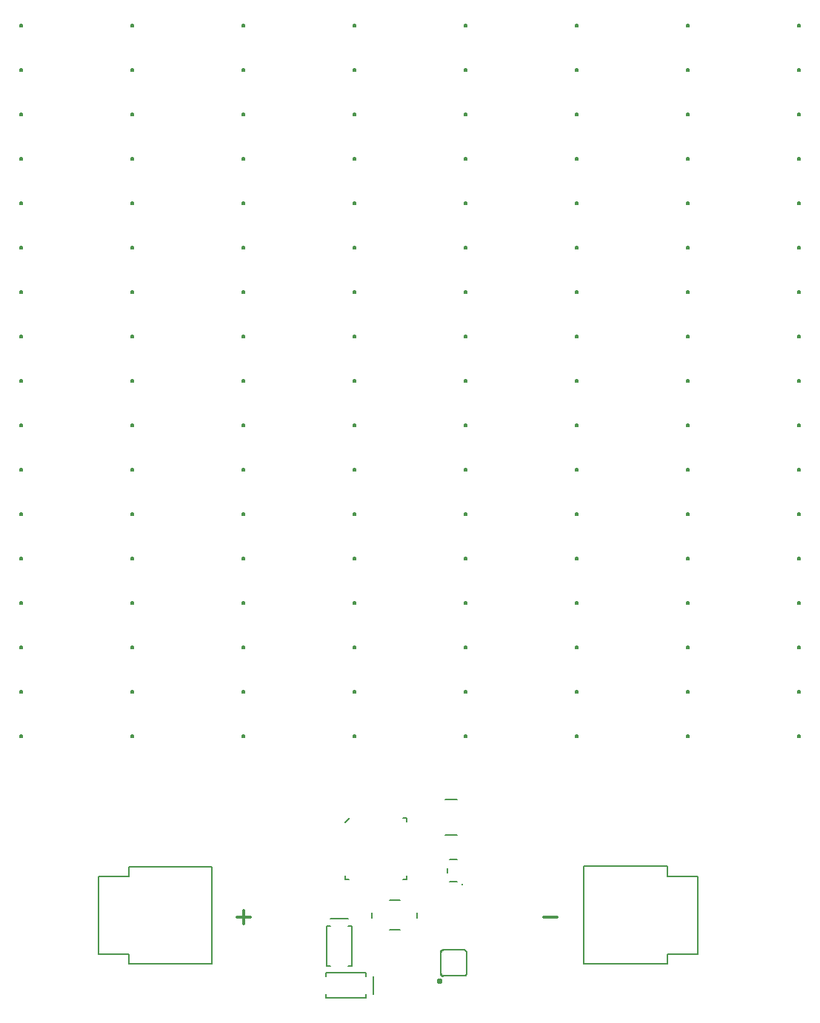
<source format=gto>
G75*
%MOIN*%
%OFA0B0*%
%FSLAX25Y25*%
%IPPOS*%
%LPD*%
%AMOC8*
5,1,8,0,0,1.08239X$1,22.5*
%
%ADD10C,0.00500*%
%ADD11C,0.00800*%
%ADD12C,0.01000*%
%ADD13C,0.00060*%
%ADD14C,0.00600*%
%ADD15C,0.01600*%
%ADD16C,0.01200*%
D10*
X0031269Y0158749D02*
X0031269Y0159143D01*
X0031269Y0159536D01*
X0032206Y0159536D01*
X0032206Y0158749D01*
X0031269Y0158749D01*
X0031269Y0159143D02*
X0031812Y0159143D01*
X0032206Y0178749D02*
X0031269Y0178749D01*
X0031269Y0179143D01*
X0031269Y0179536D01*
X0032206Y0179536D01*
X0032206Y0178749D01*
X0031812Y0179143D02*
X0031269Y0179143D01*
X0031269Y0198749D02*
X0031269Y0199143D01*
X0031269Y0199536D01*
X0032206Y0199536D01*
X0032206Y0198749D01*
X0031269Y0198749D01*
X0031269Y0199143D02*
X0031812Y0199143D01*
X0032206Y0218749D02*
X0031269Y0218749D01*
X0031269Y0219143D01*
X0031269Y0219536D01*
X0032206Y0219536D01*
X0032206Y0218749D01*
X0031812Y0219143D02*
X0031269Y0219143D01*
X0031269Y0238749D02*
X0031269Y0239143D01*
X0031269Y0239536D01*
X0032206Y0239536D01*
X0032206Y0238749D01*
X0031269Y0238749D01*
X0031269Y0239143D02*
X0031812Y0239143D01*
X0032206Y0258749D02*
X0031269Y0258749D01*
X0031269Y0259143D01*
X0031269Y0259536D01*
X0032206Y0259536D01*
X0032206Y0258749D01*
X0031812Y0259143D02*
X0031269Y0259143D01*
X0031269Y0278749D02*
X0031269Y0279143D01*
X0031269Y0279536D01*
X0032206Y0279536D01*
X0032206Y0278749D01*
X0031269Y0278749D01*
X0031269Y0279143D02*
X0031812Y0279143D01*
X0032206Y0298749D02*
X0031269Y0298749D01*
X0031269Y0299143D01*
X0031269Y0299536D01*
X0032206Y0299536D01*
X0032206Y0298749D01*
X0031812Y0299143D02*
X0031269Y0299143D01*
X0031269Y0318749D02*
X0031269Y0319143D01*
X0031269Y0319536D01*
X0032206Y0319536D01*
X0032206Y0318749D01*
X0031269Y0318749D01*
X0031269Y0319143D02*
X0031812Y0319143D01*
X0032206Y0338749D02*
X0031269Y0338749D01*
X0031269Y0339143D01*
X0031269Y0339536D01*
X0032206Y0339536D01*
X0032206Y0338749D01*
X0031812Y0339143D02*
X0031269Y0339143D01*
X0031269Y0358749D02*
X0031269Y0359143D01*
X0031269Y0359536D01*
X0032206Y0359536D01*
X0032206Y0358749D01*
X0031269Y0358749D01*
X0031269Y0359143D02*
X0031812Y0359143D01*
X0032206Y0378749D02*
X0031269Y0378749D01*
X0031269Y0379143D01*
X0031269Y0379536D01*
X0032206Y0379536D01*
X0032206Y0378749D01*
X0031812Y0379143D02*
X0031269Y0379143D01*
X0031269Y0398749D02*
X0031269Y0399143D01*
X0031269Y0399536D01*
X0032206Y0399536D01*
X0032206Y0398749D01*
X0031269Y0398749D01*
X0031269Y0399143D02*
X0031812Y0399143D01*
X0032206Y0418749D02*
X0031269Y0418749D01*
X0031269Y0419143D01*
X0031269Y0419536D01*
X0032206Y0419536D01*
X0032206Y0418749D01*
X0031812Y0419143D02*
X0031269Y0419143D01*
X0031269Y0438749D02*
X0031269Y0439143D01*
X0031269Y0439536D01*
X0032206Y0439536D01*
X0032206Y0438749D01*
X0031269Y0438749D01*
X0031269Y0439143D02*
X0031812Y0439143D01*
X0032206Y0458749D02*
X0031269Y0458749D01*
X0031269Y0459143D01*
X0031269Y0459536D01*
X0032206Y0459536D01*
X0032206Y0458749D01*
X0031812Y0459143D02*
X0031269Y0459143D01*
X0031269Y0478749D02*
X0031269Y0479143D01*
X0031269Y0479536D01*
X0032206Y0479536D01*
X0032206Y0478749D01*
X0031269Y0478749D01*
X0031269Y0479143D02*
X0031812Y0479143D01*
X0081269Y0479143D02*
X0081269Y0478749D01*
X0082206Y0478749D01*
X0082206Y0479536D01*
X0081269Y0479536D01*
X0081269Y0479143D01*
X0081812Y0479143D01*
X0082206Y0459536D02*
X0082206Y0458749D01*
X0081269Y0458749D01*
X0081269Y0459143D01*
X0081269Y0459536D01*
X0082206Y0459536D01*
X0081812Y0459143D02*
X0081269Y0459143D01*
X0081269Y0439536D02*
X0082206Y0439536D01*
X0082206Y0438749D01*
X0081269Y0438749D01*
X0081269Y0439143D01*
X0081269Y0439536D01*
X0081269Y0439143D02*
X0081812Y0439143D01*
X0082206Y0419536D02*
X0082206Y0418749D01*
X0081269Y0418749D01*
X0081269Y0419143D01*
X0081269Y0419536D01*
X0082206Y0419536D01*
X0081812Y0419143D02*
X0081269Y0419143D01*
X0081269Y0399536D02*
X0082206Y0399536D01*
X0082206Y0398749D01*
X0081269Y0398749D01*
X0081269Y0399143D01*
X0081269Y0399536D01*
X0081269Y0399143D02*
X0081812Y0399143D01*
X0082206Y0379536D02*
X0082206Y0378749D01*
X0081269Y0378749D01*
X0081269Y0379143D01*
X0081269Y0379536D01*
X0082206Y0379536D01*
X0081812Y0379143D02*
X0081269Y0379143D01*
X0081269Y0359536D02*
X0082206Y0359536D01*
X0082206Y0358749D01*
X0081269Y0358749D01*
X0081269Y0359143D01*
X0081269Y0359536D01*
X0081269Y0359143D02*
X0081812Y0359143D01*
X0082206Y0339536D02*
X0082206Y0338749D01*
X0081269Y0338749D01*
X0081269Y0339143D01*
X0081269Y0339536D01*
X0082206Y0339536D01*
X0081812Y0339143D02*
X0081269Y0339143D01*
X0081269Y0319536D02*
X0082206Y0319536D01*
X0082206Y0318749D01*
X0081269Y0318749D01*
X0081269Y0319143D01*
X0081269Y0319536D01*
X0081269Y0319143D02*
X0081812Y0319143D01*
X0082206Y0299536D02*
X0082206Y0298749D01*
X0081269Y0298749D01*
X0081269Y0299143D01*
X0081269Y0299536D01*
X0082206Y0299536D01*
X0081812Y0299143D02*
X0081269Y0299143D01*
X0081269Y0279536D02*
X0082206Y0279536D01*
X0082206Y0278749D01*
X0081269Y0278749D01*
X0081269Y0279143D01*
X0081269Y0279536D01*
X0081269Y0279143D02*
X0081812Y0279143D01*
X0082206Y0259536D02*
X0082206Y0258749D01*
X0081269Y0258749D01*
X0081269Y0259143D01*
X0081269Y0259536D01*
X0082206Y0259536D01*
X0081812Y0259143D02*
X0081269Y0259143D01*
X0081269Y0239536D02*
X0082206Y0239536D01*
X0082206Y0238749D01*
X0081269Y0238749D01*
X0081269Y0239143D01*
X0081269Y0239536D01*
X0081269Y0239143D02*
X0081812Y0239143D01*
X0082206Y0219536D02*
X0082206Y0218749D01*
X0081269Y0218749D01*
X0081269Y0219143D01*
X0081269Y0219536D01*
X0082206Y0219536D01*
X0081812Y0219143D02*
X0081269Y0219143D01*
X0081269Y0199536D02*
X0082206Y0199536D01*
X0082206Y0198749D01*
X0081269Y0198749D01*
X0081269Y0199143D01*
X0081269Y0199536D01*
X0081269Y0199143D02*
X0081812Y0199143D01*
X0082206Y0179536D02*
X0082206Y0178749D01*
X0081269Y0178749D01*
X0081269Y0179143D01*
X0081269Y0179536D01*
X0082206Y0179536D01*
X0081812Y0179143D02*
X0081269Y0179143D01*
X0081269Y0159536D02*
X0082206Y0159536D01*
X0082206Y0158749D01*
X0081269Y0158749D01*
X0081269Y0159143D01*
X0081269Y0159536D01*
X0081269Y0159143D02*
X0081812Y0159143D01*
X0131269Y0159143D02*
X0131269Y0158749D01*
X0132206Y0158749D01*
X0132206Y0159536D01*
X0131269Y0159536D01*
X0131269Y0159143D01*
X0131812Y0159143D01*
X0132206Y0178749D02*
X0131269Y0178749D01*
X0131269Y0179143D01*
X0131269Y0179536D01*
X0132206Y0179536D01*
X0132206Y0178749D01*
X0131812Y0179143D02*
X0131269Y0179143D01*
X0131269Y0198749D02*
X0131269Y0199143D01*
X0131269Y0199536D01*
X0132206Y0199536D01*
X0132206Y0198749D01*
X0131269Y0198749D01*
X0131269Y0199143D02*
X0131812Y0199143D01*
X0132206Y0218749D02*
X0131269Y0218749D01*
X0131269Y0219143D01*
X0131269Y0219536D01*
X0132206Y0219536D01*
X0132206Y0218749D01*
X0131812Y0219143D02*
X0131269Y0219143D01*
X0131269Y0238749D02*
X0131269Y0239143D01*
X0131269Y0239536D01*
X0132206Y0239536D01*
X0132206Y0238749D01*
X0131269Y0238749D01*
X0131269Y0239143D02*
X0131812Y0239143D01*
X0132206Y0258749D02*
X0131269Y0258749D01*
X0131269Y0259143D01*
X0131269Y0259536D01*
X0132206Y0259536D01*
X0132206Y0258749D01*
X0131812Y0259143D02*
X0131269Y0259143D01*
X0131269Y0278749D02*
X0131269Y0279143D01*
X0131269Y0279536D01*
X0132206Y0279536D01*
X0132206Y0278749D01*
X0131269Y0278749D01*
X0131269Y0279143D02*
X0131812Y0279143D01*
X0132206Y0298749D02*
X0131269Y0298749D01*
X0131269Y0299143D01*
X0131269Y0299536D01*
X0132206Y0299536D01*
X0132206Y0298749D01*
X0131812Y0299143D02*
X0131269Y0299143D01*
X0131269Y0318749D02*
X0131269Y0319143D01*
X0131269Y0319536D01*
X0132206Y0319536D01*
X0132206Y0318749D01*
X0131269Y0318749D01*
X0131269Y0319143D02*
X0131812Y0319143D01*
X0132206Y0338749D02*
X0131269Y0338749D01*
X0131269Y0339143D01*
X0131269Y0339536D01*
X0132206Y0339536D01*
X0132206Y0338749D01*
X0131812Y0339143D02*
X0131269Y0339143D01*
X0131269Y0358749D02*
X0131269Y0359143D01*
X0131269Y0359536D01*
X0132206Y0359536D01*
X0132206Y0358749D01*
X0131269Y0358749D01*
X0131269Y0359143D02*
X0131812Y0359143D01*
X0132206Y0378749D02*
X0131269Y0378749D01*
X0131269Y0379143D01*
X0131269Y0379536D01*
X0132206Y0379536D01*
X0132206Y0378749D01*
X0131812Y0379143D02*
X0131269Y0379143D01*
X0131269Y0398749D02*
X0131269Y0399143D01*
X0131269Y0399536D01*
X0132206Y0399536D01*
X0132206Y0398749D01*
X0131269Y0398749D01*
X0131269Y0399143D02*
X0131812Y0399143D01*
X0132206Y0418749D02*
X0131269Y0418749D01*
X0131269Y0419143D01*
X0131269Y0419536D01*
X0132206Y0419536D01*
X0132206Y0418749D01*
X0131812Y0419143D02*
X0131269Y0419143D01*
X0131269Y0438749D02*
X0131269Y0439143D01*
X0131269Y0439536D01*
X0132206Y0439536D01*
X0132206Y0438749D01*
X0131269Y0438749D01*
X0131269Y0439143D02*
X0131812Y0439143D01*
X0132206Y0458749D02*
X0131269Y0458749D01*
X0131269Y0459143D01*
X0131269Y0459536D01*
X0132206Y0459536D01*
X0132206Y0458749D01*
X0131812Y0459143D02*
X0131269Y0459143D01*
X0131269Y0478749D02*
X0131269Y0479143D01*
X0131269Y0479536D01*
X0132206Y0479536D01*
X0132206Y0478749D01*
X0131269Y0478749D01*
X0131269Y0479143D02*
X0131812Y0479143D01*
X0181269Y0479143D02*
X0181269Y0478749D01*
X0182206Y0478749D01*
X0182206Y0479536D01*
X0181269Y0479536D01*
X0181269Y0479143D01*
X0181812Y0479143D01*
X0182206Y0459536D02*
X0182206Y0458749D01*
X0181269Y0458749D01*
X0181269Y0459143D01*
X0181269Y0459536D01*
X0182206Y0459536D01*
X0181812Y0459143D02*
X0181269Y0459143D01*
X0181269Y0439536D02*
X0182206Y0439536D01*
X0182206Y0438749D01*
X0181269Y0438749D01*
X0181269Y0439143D01*
X0181269Y0439536D01*
X0181269Y0439143D02*
X0181812Y0439143D01*
X0182206Y0419536D02*
X0182206Y0418749D01*
X0181269Y0418749D01*
X0181269Y0419143D01*
X0181269Y0419536D01*
X0182206Y0419536D01*
X0181812Y0419143D02*
X0181269Y0419143D01*
X0181269Y0399536D02*
X0182206Y0399536D01*
X0182206Y0398749D01*
X0181269Y0398749D01*
X0181269Y0399143D01*
X0181269Y0399536D01*
X0181269Y0399143D02*
X0181812Y0399143D01*
X0182206Y0379536D02*
X0182206Y0378749D01*
X0181269Y0378749D01*
X0181269Y0379143D01*
X0181269Y0379536D01*
X0182206Y0379536D01*
X0181812Y0379143D02*
X0181269Y0379143D01*
X0181269Y0359536D02*
X0182206Y0359536D01*
X0182206Y0358749D01*
X0181269Y0358749D01*
X0181269Y0359143D01*
X0181269Y0359536D01*
X0181269Y0359143D02*
X0181812Y0359143D01*
X0182206Y0339536D02*
X0182206Y0338749D01*
X0181269Y0338749D01*
X0181269Y0339143D01*
X0181269Y0339536D01*
X0182206Y0339536D01*
X0181812Y0339143D02*
X0181269Y0339143D01*
X0181269Y0319536D02*
X0182206Y0319536D01*
X0182206Y0318749D01*
X0181269Y0318749D01*
X0181269Y0319143D01*
X0181269Y0319536D01*
X0181269Y0319143D02*
X0181812Y0319143D01*
X0182206Y0299536D02*
X0182206Y0298749D01*
X0181269Y0298749D01*
X0181269Y0299143D01*
X0181269Y0299536D01*
X0182206Y0299536D01*
X0181812Y0299143D02*
X0181269Y0299143D01*
X0181269Y0279536D02*
X0182206Y0279536D01*
X0182206Y0278749D01*
X0181269Y0278749D01*
X0181269Y0279143D01*
X0181269Y0279536D01*
X0181269Y0279143D02*
X0181812Y0279143D01*
X0182206Y0259536D02*
X0182206Y0258749D01*
X0181269Y0258749D01*
X0181269Y0259143D01*
X0181269Y0259536D01*
X0182206Y0259536D01*
X0181812Y0259143D02*
X0181269Y0259143D01*
X0181269Y0239536D02*
X0182206Y0239536D01*
X0182206Y0238749D01*
X0181269Y0238749D01*
X0181269Y0239143D01*
X0181269Y0239536D01*
X0181269Y0239143D02*
X0181812Y0239143D01*
X0182206Y0219536D02*
X0182206Y0218749D01*
X0181269Y0218749D01*
X0181269Y0219143D01*
X0181269Y0219536D01*
X0182206Y0219536D01*
X0181812Y0219143D02*
X0181269Y0219143D01*
X0181269Y0199536D02*
X0182206Y0199536D01*
X0182206Y0198749D01*
X0181269Y0198749D01*
X0181269Y0199143D01*
X0181269Y0199536D01*
X0181269Y0199143D02*
X0181812Y0199143D01*
X0182206Y0179536D02*
X0182206Y0178749D01*
X0181269Y0178749D01*
X0181269Y0179143D01*
X0181269Y0179536D01*
X0182206Y0179536D01*
X0181812Y0179143D02*
X0181269Y0179143D01*
X0181269Y0159536D02*
X0182206Y0159536D01*
X0182206Y0158749D01*
X0181269Y0158749D01*
X0181269Y0159143D01*
X0181269Y0159536D01*
X0181269Y0159143D02*
X0181812Y0159143D01*
X0231269Y0159143D02*
X0231269Y0158749D01*
X0232206Y0158749D01*
X0232206Y0159536D01*
X0231269Y0159536D01*
X0231269Y0159143D01*
X0231812Y0159143D01*
X0232206Y0178749D02*
X0231269Y0178749D01*
X0231269Y0179143D01*
X0231269Y0179536D01*
X0232206Y0179536D01*
X0232206Y0178749D01*
X0231812Y0179143D02*
X0231269Y0179143D01*
X0231269Y0198749D02*
X0231269Y0199143D01*
X0231269Y0199536D01*
X0232206Y0199536D01*
X0232206Y0198749D01*
X0231269Y0198749D01*
X0231269Y0199143D02*
X0231812Y0199143D01*
X0232206Y0218749D02*
X0231269Y0218749D01*
X0231269Y0219143D01*
X0231269Y0219536D01*
X0232206Y0219536D01*
X0232206Y0218749D01*
X0231812Y0219143D02*
X0231269Y0219143D01*
X0231269Y0238749D02*
X0231269Y0239143D01*
X0231269Y0239536D01*
X0232206Y0239536D01*
X0232206Y0238749D01*
X0231269Y0238749D01*
X0231269Y0239143D02*
X0231812Y0239143D01*
X0232206Y0258749D02*
X0231269Y0258749D01*
X0231269Y0259143D01*
X0231269Y0259536D01*
X0232206Y0259536D01*
X0232206Y0258749D01*
X0231812Y0259143D02*
X0231269Y0259143D01*
X0231269Y0278749D02*
X0231269Y0279143D01*
X0231269Y0279536D01*
X0232206Y0279536D01*
X0232206Y0278749D01*
X0231269Y0278749D01*
X0231269Y0279143D02*
X0231812Y0279143D01*
X0232206Y0298749D02*
X0231269Y0298749D01*
X0231269Y0299143D01*
X0231269Y0299536D01*
X0232206Y0299536D01*
X0232206Y0298749D01*
X0231812Y0299143D02*
X0231269Y0299143D01*
X0231269Y0318749D02*
X0231269Y0319143D01*
X0231269Y0319536D01*
X0232206Y0319536D01*
X0232206Y0318749D01*
X0231269Y0318749D01*
X0231269Y0319143D02*
X0231812Y0319143D01*
X0232206Y0338749D02*
X0231269Y0338749D01*
X0231269Y0339143D01*
X0231269Y0339536D01*
X0232206Y0339536D01*
X0232206Y0338749D01*
X0231812Y0339143D02*
X0231269Y0339143D01*
X0231269Y0358749D02*
X0231269Y0359143D01*
X0231269Y0359536D01*
X0232206Y0359536D01*
X0232206Y0358749D01*
X0231269Y0358749D01*
X0231269Y0359143D02*
X0231812Y0359143D01*
X0232206Y0378749D02*
X0231269Y0378749D01*
X0231269Y0379143D01*
X0231269Y0379536D01*
X0232206Y0379536D01*
X0232206Y0378749D01*
X0231812Y0379143D02*
X0231269Y0379143D01*
X0231269Y0398749D02*
X0231269Y0399143D01*
X0231269Y0399536D01*
X0232206Y0399536D01*
X0232206Y0398749D01*
X0231269Y0398749D01*
X0231269Y0399143D02*
X0231812Y0399143D01*
X0232206Y0418749D02*
X0231269Y0418749D01*
X0231269Y0419143D01*
X0231269Y0419536D01*
X0232206Y0419536D01*
X0232206Y0418749D01*
X0231812Y0419143D02*
X0231269Y0419143D01*
X0231269Y0438749D02*
X0231269Y0439143D01*
X0231269Y0439536D01*
X0232206Y0439536D01*
X0232206Y0438749D01*
X0231269Y0438749D01*
X0231269Y0439143D02*
X0231812Y0439143D01*
X0232206Y0458749D02*
X0231269Y0458749D01*
X0231269Y0459143D01*
X0231269Y0459536D01*
X0232206Y0459536D01*
X0232206Y0458749D01*
X0231812Y0459143D02*
X0231269Y0459143D01*
X0231269Y0478749D02*
X0231269Y0479143D01*
X0231269Y0479536D01*
X0232206Y0479536D01*
X0232206Y0478749D01*
X0231269Y0478749D01*
X0231269Y0479143D02*
X0231812Y0479143D01*
X0281269Y0479143D02*
X0281269Y0478749D01*
X0282206Y0478749D01*
X0282206Y0479536D01*
X0281269Y0479536D01*
X0281269Y0479143D01*
X0281812Y0479143D01*
X0282206Y0459536D02*
X0281269Y0459536D01*
X0281269Y0459143D01*
X0281269Y0458749D01*
X0282206Y0458749D01*
X0282206Y0459536D01*
X0281812Y0459143D02*
X0281269Y0459143D01*
X0281269Y0439536D02*
X0282206Y0439536D01*
X0282206Y0438749D01*
X0281269Y0438749D01*
X0281269Y0439143D01*
X0281269Y0439536D01*
X0281269Y0439143D02*
X0281812Y0439143D01*
X0282206Y0419536D02*
X0281269Y0419536D01*
X0281269Y0419143D01*
X0281269Y0418749D01*
X0282206Y0418749D01*
X0282206Y0419536D01*
X0281812Y0419143D02*
X0281269Y0419143D01*
X0281269Y0399536D02*
X0282206Y0399536D01*
X0282206Y0398749D01*
X0281269Y0398749D01*
X0281269Y0399143D01*
X0281269Y0399536D01*
X0281269Y0399143D02*
X0281812Y0399143D01*
X0282206Y0379536D02*
X0281269Y0379536D01*
X0281269Y0379143D01*
X0281269Y0378749D01*
X0282206Y0378749D01*
X0282206Y0379536D01*
X0281812Y0379143D02*
X0281269Y0379143D01*
X0281269Y0359536D02*
X0282206Y0359536D01*
X0282206Y0358749D01*
X0281269Y0358749D01*
X0281269Y0359143D01*
X0281269Y0359536D01*
X0281269Y0359143D02*
X0281812Y0359143D01*
X0282206Y0339536D02*
X0281269Y0339536D01*
X0281269Y0339143D01*
X0281269Y0338749D01*
X0282206Y0338749D01*
X0282206Y0339536D01*
X0281812Y0339143D02*
X0281269Y0339143D01*
X0281269Y0319536D02*
X0282206Y0319536D01*
X0282206Y0318749D01*
X0281269Y0318749D01*
X0281269Y0319143D01*
X0281269Y0319536D01*
X0281269Y0319143D02*
X0281812Y0319143D01*
X0282206Y0299536D02*
X0281269Y0299536D01*
X0281269Y0299143D01*
X0281269Y0298749D01*
X0282206Y0298749D01*
X0282206Y0299536D01*
X0281812Y0299143D02*
X0281269Y0299143D01*
X0281269Y0279536D02*
X0282206Y0279536D01*
X0282206Y0278749D01*
X0281269Y0278749D01*
X0281269Y0279143D01*
X0281269Y0279536D01*
X0281269Y0279143D02*
X0281812Y0279143D01*
X0282206Y0259536D02*
X0281269Y0259536D01*
X0281269Y0259143D01*
X0281269Y0258749D01*
X0282206Y0258749D01*
X0282206Y0259536D01*
X0281812Y0259143D02*
X0281269Y0259143D01*
X0281269Y0239536D02*
X0282206Y0239536D01*
X0282206Y0238749D01*
X0281269Y0238749D01*
X0281269Y0239143D01*
X0281269Y0239536D01*
X0281269Y0239143D02*
X0281812Y0239143D01*
X0282206Y0219536D02*
X0281269Y0219536D01*
X0281269Y0219143D01*
X0281269Y0218749D01*
X0282206Y0218749D01*
X0282206Y0219536D01*
X0281812Y0219143D02*
X0281269Y0219143D01*
X0281269Y0199536D02*
X0282206Y0199536D01*
X0282206Y0198749D01*
X0281269Y0198749D01*
X0281269Y0199143D01*
X0281269Y0199536D01*
X0281269Y0199143D02*
X0281812Y0199143D01*
X0282206Y0179536D02*
X0281269Y0179536D01*
X0281269Y0179143D01*
X0281269Y0178749D01*
X0282206Y0178749D01*
X0282206Y0179536D01*
X0281812Y0179143D02*
X0281269Y0179143D01*
X0281269Y0159536D02*
X0282206Y0159536D01*
X0282206Y0158749D01*
X0281269Y0158749D01*
X0281269Y0159143D01*
X0281269Y0159536D01*
X0281269Y0159143D02*
X0281812Y0159143D01*
X0331269Y0159143D02*
X0331269Y0158749D01*
X0332206Y0158749D01*
X0332206Y0159536D01*
X0331269Y0159536D01*
X0331269Y0159143D01*
X0331812Y0159143D01*
X0332206Y0178749D02*
X0331269Y0178749D01*
X0331269Y0179143D01*
X0331269Y0179536D01*
X0332206Y0179536D01*
X0332206Y0178749D01*
X0331812Y0179143D02*
X0331269Y0179143D01*
X0331269Y0198749D02*
X0331269Y0199143D01*
X0331269Y0199536D01*
X0332206Y0199536D01*
X0332206Y0198749D01*
X0331269Y0198749D01*
X0331269Y0199143D02*
X0331812Y0199143D01*
X0332206Y0218749D02*
X0331269Y0218749D01*
X0331269Y0219143D01*
X0331269Y0219536D01*
X0332206Y0219536D01*
X0332206Y0218749D01*
X0331812Y0219143D02*
X0331269Y0219143D01*
X0331269Y0238749D02*
X0331269Y0239143D01*
X0331269Y0239536D01*
X0332206Y0239536D01*
X0332206Y0238749D01*
X0331269Y0238749D01*
X0331269Y0239143D02*
X0331812Y0239143D01*
X0332206Y0258749D02*
X0331269Y0258749D01*
X0331269Y0259143D01*
X0331269Y0259536D01*
X0332206Y0259536D01*
X0332206Y0258749D01*
X0331812Y0259143D02*
X0331269Y0259143D01*
X0331269Y0278749D02*
X0331269Y0279143D01*
X0331269Y0279536D01*
X0332206Y0279536D01*
X0332206Y0278749D01*
X0331269Y0278749D01*
X0331269Y0279143D02*
X0331812Y0279143D01*
X0332206Y0298749D02*
X0331269Y0298749D01*
X0331269Y0299143D01*
X0331269Y0299536D01*
X0332206Y0299536D01*
X0332206Y0298749D01*
X0331812Y0299143D02*
X0331269Y0299143D01*
X0331269Y0318749D02*
X0331269Y0319143D01*
X0331269Y0319536D01*
X0332206Y0319536D01*
X0332206Y0318749D01*
X0331269Y0318749D01*
X0331269Y0319143D02*
X0331812Y0319143D01*
X0332206Y0338749D02*
X0331269Y0338749D01*
X0331269Y0339143D01*
X0331269Y0339536D01*
X0332206Y0339536D01*
X0332206Y0338749D01*
X0331812Y0339143D02*
X0331269Y0339143D01*
X0331269Y0358749D02*
X0331269Y0359143D01*
X0331269Y0359536D01*
X0332206Y0359536D01*
X0332206Y0358749D01*
X0331269Y0358749D01*
X0331269Y0359143D02*
X0331812Y0359143D01*
X0332206Y0378749D02*
X0331269Y0378749D01*
X0331269Y0379143D01*
X0331269Y0379536D01*
X0332206Y0379536D01*
X0332206Y0378749D01*
X0331812Y0379143D02*
X0331269Y0379143D01*
X0331269Y0398749D02*
X0331269Y0399143D01*
X0331269Y0399536D01*
X0332206Y0399536D01*
X0332206Y0398749D01*
X0331269Y0398749D01*
X0331269Y0399143D02*
X0331812Y0399143D01*
X0332206Y0418749D02*
X0331269Y0418749D01*
X0331269Y0419143D01*
X0331269Y0419536D01*
X0332206Y0419536D01*
X0332206Y0418749D01*
X0331812Y0419143D02*
X0331269Y0419143D01*
X0331269Y0438749D02*
X0331269Y0439143D01*
X0331269Y0439536D01*
X0332206Y0439536D01*
X0332206Y0438749D01*
X0331269Y0438749D01*
X0331269Y0439143D02*
X0331812Y0439143D01*
X0332206Y0458749D02*
X0331269Y0458749D01*
X0331269Y0459143D01*
X0331269Y0459536D01*
X0332206Y0459536D01*
X0332206Y0458749D01*
X0331812Y0459143D02*
X0331269Y0459143D01*
X0331269Y0478749D02*
X0331269Y0479143D01*
X0331269Y0479536D01*
X0332206Y0479536D01*
X0332206Y0478749D01*
X0331269Y0478749D01*
X0331269Y0479143D02*
X0331812Y0479143D01*
X0381269Y0479143D02*
X0381269Y0478749D01*
X0382206Y0478749D01*
X0382206Y0479536D01*
X0381269Y0479536D01*
X0381269Y0479143D01*
X0381812Y0479143D01*
X0382206Y0459536D02*
X0382206Y0458749D01*
X0381269Y0458749D01*
X0381269Y0459143D01*
X0381269Y0459536D01*
X0382206Y0459536D01*
X0381812Y0459143D02*
X0381269Y0459143D01*
X0381269Y0439536D02*
X0382206Y0439536D01*
X0382206Y0438749D01*
X0381269Y0438749D01*
X0381269Y0439143D01*
X0381269Y0439536D01*
X0381269Y0439143D02*
X0381812Y0439143D01*
X0382206Y0419536D02*
X0382206Y0418749D01*
X0381269Y0418749D01*
X0381269Y0419143D01*
X0381269Y0419536D01*
X0382206Y0419536D01*
X0381812Y0419143D02*
X0381269Y0419143D01*
X0381269Y0399536D02*
X0382206Y0399536D01*
X0382206Y0398749D01*
X0381269Y0398749D01*
X0381269Y0399143D01*
X0381269Y0399536D01*
X0381269Y0399143D02*
X0381812Y0399143D01*
X0382206Y0379536D02*
X0382206Y0378749D01*
X0381269Y0378749D01*
X0381269Y0379143D01*
X0381269Y0379536D01*
X0382206Y0379536D01*
X0381812Y0379143D02*
X0381269Y0379143D01*
X0381269Y0359536D02*
X0382206Y0359536D01*
X0382206Y0358749D01*
X0381269Y0358749D01*
X0381269Y0359143D01*
X0381269Y0359536D01*
X0381269Y0359143D02*
X0381812Y0359143D01*
X0382206Y0339536D02*
X0382206Y0338749D01*
X0381269Y0338749D01*
X0381269Y0339143D01*
X0381269Y0339536D01*
X0382206Y0339536D01*
X0381812Y0339143D02*
X0381269Y0339143D01*
X0381269Y0319536D02*
X0382206Y0319536D01*
X0382206Y0318749D01*
X0381269Y0318749D01*
X0381269Y0319143D01*
X0381269Y0319536D01*
X0381269Y0319143D02*
X0381812Y0319143D01*
X0382206Y0299536D02*
X0382206Y0298749D01*
X0381269Y0298749D01*
X0381269Y0299143D01*
X0381269Y0299536D01*
X0382206Y0299536D01*
X0381812Y0299143D02*
X0381269Y0299143D01*
X0381269Y0279536D02*
X0382206Y0279536D01*
X0382206Y0278749D01*
X0381269Y0278749D01*
X0381269Y0279143D01*
X0381269Y0279536D01*
X0381269Y0279143D02*
X0381812Y0279143D01*
X0382206Y0259536D02*
X0382206Y0258749D01*
X0381269Y0258749D01*
X0381269Y0259143D01*
X0381269Y0259536D01*
X0382206Y0259536D01*
X0381812Y0259143D02*
X0381269Y0259143D01*
X0381269Y0239536D02*
X0382206Y0239536D01*
X0382206Y0238749D01*
X0381269Y0238749D01*
X0381269Y0239143D01*
X0381269Y0239536D01*
X0381269Y0239143D02*
X0381812Y0239143D01*
X0382206Y0219536D02*
X0382206Y0218749D01*
X0381269Y0218749D01*
X0381269Y0219143D01*
X0381269Y0219536D01*
X0382206Y0219536D01*
X0381812Y0219143D02*
X0381269Y0219143D01*
X0381269Y0199536D02*
X0382206Y0199536D01*
X0382206Y0198749D01*
X0381269Y0198749D01*
X0381269Y0199143D01*
X0381269Y0199536D01*
X0381269Y0199143D02*
X0381812Y0199143D01*
X0382206Y0179536D02*
X0382206Y0178749D01*
X0381269Y0178749D01*
X0381269Y0179143D01*
X0381269Y0179536D01*
X0382206Y0179536D01*
X0381812Y0179143D02*
X0381269Y0179143D01*
X0381269Y0159536D02*
X0382206Y0159536D01*
X0382206Y0158749D01*
X0381269Y0158749D01*
X0381269Y0159143D01*
X0381269Y0159536D01*
X0381269Y0159143D02*
X0381812Y0159143D01*
D11*
X0066478Y0095985D02*
X0066478Y0060985D01*
X0080178Y0060985D01*
X0080178Y0056585D01*
X0117717Y0056585D01*
X0117717Y0100385D01*
X0080178Y0100385D01*
X0080178Y0095985D01*
X0066478Y0095985D01*
X0169091Y0073580D02*
X0169091Y0055469D01*
X0170863Y0055469D01*
X0168745Y0052733D02*
X0186855Y0052733D01*
X0186855Y0050961D01*
X0190300Y0050961D02*
X0190300Y0043087D01*
X0186855Y0043087D02*
X0186855Y0041316D01*
X0168745Y0041316D01*
X0168745Y0043087D01*
X0168745Y0050961D02*
X0168745Y0052733D01*
X0178737Y0055469D02*
X0180509Y0055469D01*
X0180509Y0073580D01*
X0178737Y0073580D01*
X0178737Y0077024D02*
X0170863Y0077024D01*
X0170863Y0073580D02*
X0169091Y0073580D01*
X0177520Y0094745D02*
X0177520Y0096320D01*
X0177520Y0094745D02*
X0179095Y0094745D01*
X0189564Y0079706D02*
X0189564Y0077343D01*
X0197438Y0071831D02*
X0202162Y0071831D01*
X0210036Y0077343D02*
X0210036Y0079706D01*
X0202162Y0085217D02*
X0197438Y0085217D01*
X0203505Y0094745D02*
X0205080Y0094745D01*
X0205080Y0096320D01*
X0223509Y0097468D02*
X0223509Y0099581D01*
X0224609Y0103524D02*
X0227991Y0103524D01*
X0227991Y0093524D02*
X0224609Y0093524D01*
X0222644Y0114556D02*
X0227956Y0114556D01*
X0227956Y0130493D02*
X0222644Y0130493D01*
X0205080Y0122304D02*
X0203505Y0122304D01*
X0205080Y0122304D02*
X0205080Y0120729D01*
X0179489Y0122304D02*
X0177520Y0120335D01*
X0284883Y0100464D02*
X0284883Y0056664D01*
X0322422Y0056664D01*
X0322422Y0061064D01*
X0336122Y0061064D01*
X0336122Y0096064D01*
X0322422Y0096064D01*
X0322422Y0100464D01*
X0284883Y0100464D01*
D12*
X0230300Y0092224D03*
D13*
X0221428Y0063120D02*
X0221428Y0062580D01*
X0221427Y0062580D02*
X0221374Y0062576D01*
X0221322Y0062568D01*
X0221270Y0062556D01*
X0221219Y0062540D01*
X0221170Y0062521D01*
X0221122Y0062498D01*
X0221076Y0062471D01*
X0221032Y0062441D01*
X0220991Y0062408D01*
X0220952Y0062372D01*
X0220916Y0062333D01*
X0220883Y0062292D01*
X0220853Y0062248D01*
X0220826Y0062202D01*
X0220803Y0062154D01*
X0220784Y0062105D01*
X0220768Y0062054D01*
X0220756Y0062002D01*
X0220748Y0061950D01*
X0220744Y0061897D01*
X0220204Y0061896D01*
X0220203Y0061897D01*
X0220207Y0061965D01*
X0220214Y0062033D01*
X0220225Y0062100D01*
X0220239Y0062167D01*
X0220257Y0062233D01*
X0220279Y0062297D01*
X0220304Y0062361D01*
X0220333Y0062423D01*
X0220365Y0062483D01*
X0220400Y0062541D01*
X0220438Y0062598D01*
X0220479Y0062652D01*
X0220523Y0062704D01*
X0220570Y0062754D01*
X0220620Y0062801D01*
X0220672Y0062845D01*
X0220726Y0062886D01*
X0220783Y0062924D01*
X0220841Y0062959D01*
X0220901Y0062991D01*
X0220963Y0063020D01*
X0221027Y0063045D01*
X0221091Y0063067D01*
X0221157Y0063085D01*
X0221224Y0063099D01*
X0221291Y0063110D01*
X0221359Y0063117D01*
X0221427Y0063121D01*
X0221427Y0063065D01*
X0221360Y0063061D01*
X0221293Y0063054D01*
X0221226Y0063043D01*
X0221160Y0063028D01*
X0221095Y0063009D01*
X0221032Y0062987D01*
X0220969Y0062961D01*
X0220908Y0062932D01*
X0220849Y0062899D01*
X0220792Y0062864D01*
X0220737Y0062825D01*
X0220684Y0062783D01*
X0220634Y0062738D01*
X0220586Y0062690D01*
X0220541Y0062640D01*
X0220499Y0062587D01*
X0220460Y0062532D01*
X0220425Y0062475D01*
X0220392Y0062416D01*
X0220363Y0062355D01*
X0220337Y0062292D01*
X0220315Y0062229D01*
X0220296Y0062164D01*
X0220281Y0062098D01*
X0220270Y0062031D01*
X0220263Y0061964D01*
X0220259Y0061897D01*
X0220315Y0061897D01*
X0220319Y0061964D01*
X0220327Y0062030D01*
X0220338Y0062096D01*
X0220353Y0062160D01*
X0220372Y0062224D01*
X0220395Y0062287D01*
X0220421Y0062348D01*
X0220451Y0062408D01*
X0220485Y0062466D01*
X0220521Y0062521D01*
X0220561Y0062575D01*
X0220604Y0062626D01*
X0220649Y0062675D01*
X0220698Y0062720D01*
X0220749Y0062763D01*
X0220803Y0062803D01*
X0220858Y0062839D01*
X0220916Y0062873D01*
X0220976Y0062903D01*
X0221037Y0062929D01*
X0221100Y0062952D01*
X0221164Y0062971D01*
X0221228Y0062986D01*
X0221294Y0062997D01*
X0221360Y0063005D01*
X0221427Y0063009D01*
X0221427Y0062953D01*
X0221364Y0062949D01*
X0221301Y0062942D01*
X0221239Y0062931D01*
X0221177Y0062916D01*
X0221116Y0062898D01*
X0221057Y0062877D01*
X0220999Y0062852D01*
X0220942Y0062823D01*
X0220887Y0062792D01*
X0220834Y0062757D01*
X0220784Y0062719D01*
X0220735Y0062678D01*
X0220689Y0062635D01*
X0220646Y0062589D01*
X0220605Y0062540D01*
X0220567Y0062490D01*
X0220532Y0062437D01*
X0220501Y0062382D01*
X0220472Y0062325D01*
X0220447Y0062267D01*
X0220426Y0062208D01*
X0220408Y0062147D01*
X0220393Y0062085D01*
X0220382Y0062023D01*
X0220375Y0061960D01*
X0220371Y0061897D01*
X0220427Y0061897D01*
X0220431Y0061959D01*
X0220439Y0062021D01*
X0220450Y0062082D01*
X0220465Y0062143D01*
X0220483Y0062202D01*
X0220505Y0062261D01*
X0220531Y0062317D01*
X0220560Y0062373D01*
X0220592Y0062426D01*
X0220627Y0062477D01*
X0220666Y0062526D01*
X0220707Y0062573D01*
X0220751Y0062617D01*
X0220798Y0062658D01*
X0220847Y0062697D01*
X0220898Y0062732D01*
X0220951Y0062764D01*
X0221007Y0062793D01*
X0221063Y0062819D01*
X0221122Y0062841D01*
X0221181Y0062859D01*
X0221242Y0062874D01*
X0221303Y0062885D01*
X0221365Y0062893D01*
X0221427Y0062897D01*
X0221427Y0062841D01*
X0221366Y0062837D01*
X0221305Y0062829D01*
X0221245Y0062818D01*
X0221186Y0062802D01*
X0221127Y0062784D01*
X0221070Y0062761D01*
X0221015Y0062735D01*
X0220961Y0062705D01*
X0220910Y0062673D01*
X0220860Y0062637D01*
X0220813Y0062598D01*
X0220768Y0062556D01*
X0220726Y0062511D01*
X0220687Y0062464D01*
X0220651Y0062414D01*
X0220619Y0062363D01*
X0220589Y0062309D01*
X0220563Y0062254D01*
X0220540Y0062197D01*
X0220522Y0062138D01*
X0220506Y0062079D01*
X0220495Y0062019D01*
X0220487Y0061958D01*
X0220483Y0061897D01*
X0220539Y0061897D01*
X0220543Y0061954D01*
X0220550Y0062012D01*
X0220561Y0062068D01*
X0220576Y0062124D01*
X0220594Y0062179D01*
X0220615Y0062232D01*
X0220639Y0062284D01*
X0220667Y0062335D01*
X0220698Y0062383D01*
X0220732Y0062430D01*
X0220768Y0062474D01*
X0220808Y0062516D01*
X0220850Y0062556D01*
X0220894Y0062592D01*
X0220941Y0062626D01*
X0220989Y0062657D01*
X0221040Y0062685D01*
X0221092Y0062709D01*
X0221145Y0062730D01*
X0221200Y0062748D01*
X0221256Y0062763D01*
X0221312Y0062774D01*
X0221370Y0062781D01*
X0221427Y0062785D01*
X0221427Y0062728D01*
X0221371Y0062725D01*
X0221315Y0062717D01*
X0221260Y0062706D01*
X0221206Y0062692D01*
X0221152Y0062673D01*
X0221100Y0062652D01*
X0221050Y0062627D01*
X0221001Y0062599D01*
X0220955Y0062567D01*
X0220910Y0062533D01*
X0220868Y0062496D01*
X0220828Y0062456D01*
X0220791Y0062414D01*
X0220757Y0062369D01*
X0220725Y0062323D01*
X0220697Y0062274D01*
X0220672Y0062224D01*
X0220651Y0062172D01*
X0220632Y0062118D01*
X0220618Y0062064D01*
X0220607Y0062009D01*
X0220599Y0061953D01*
X0220596Y0061897D01*
X0220652Y0061897D01*
X0220655Y0061952D01*
X0220663Y0062006D01*
X0220674Y0062060D01*
X0220689Y0062112D01*
X0220708Y0062164D01*
X0220730Y0062214D01*
X0220755Y0062263D01*
X0220783Y0062310D01*
X0220815Y0062354D01*
X0220850Y0062397D01*
X0220887Y0062437D01*
X0220927Y0062474D01*
X0220970Y0062509D01*
X0221014Y0062541D01*
X0221061Y0062569D01*
X0221110Y0062594D01*
X0221160Y0062616D01*
X0221212Y0062635D01*
X0221264Y0062650D01*
X0221318Y0062661D01*
X0221372Y0062669D01*
X0221427Y0062672D01*
X0221427Y0062616D01*
X0221374Y0062612D01*
X0221321Y0062605D01*
X0221269Y0062593D01*
X0221218Y0062578D01*
X0221168Y0062559D01*
X0221120Y0062537D01*
X0221073Y0062511D01*
X0221029Y0062483D01*
X0220986Y0062451D01*
X0220946Y0062416D01*
X0220908Y0062378D01*
X0220873Y0062338D01*
X0220841Y0062295D01*
X0220813Y0062251D01*
X0220787Y0062204D01*
X0220765Y0062156D01*
X0220746Y0062106D01*
X0220731Y0062055D01*
X0220719Y0062003D01*
X0220712Y0061950D01*
X0220708Y0061897D01*
X0220204Y0052114D02*
X0220744Y0052114D01*
X0220744Y0052113D02*
X0220748Y0052060D01*
X0220756Y0052008D01*
X0220768Y0051956D01*
X0220784Y0051905D01*
X0220803Y0051856D01*
X0220826Y0051808D01*
X0220853Y0051762D01*
X0220883Y0051718D01*
X0220916Y0051677D01*
X0220952Y0051638D01*
X0220991Y0051602D01*
X0221032Y0051569D01*
X0221076Y0051539D01*
X0221122Y0051512D01*
X0221170Y0051489D01*
X0221219Y0051470D01*
X0221270Y0051454D01*
X0221322Y0051442D01*
X0221374Y0051434D01*
X0221427Y0051430D01*
X0221428Y0050890D01*
X0221427Y0050889D01*
X0221359Y0050893D01*
X0221291Y0050900D01*
X0221224Y0050911D01*
X0221157Y0050925D01*
X0221091Y0050943D01*
X0221027Y0050965D01*
X0220963Y0050990D01*
X0220901Y0051019D01*
X0220841Y0051051D01*
X0220783Y0051086D01*
X0220726Y0051124D01*
X0220672Y0051165D01*
X0220620Y0051209D01*
X0220570Y0051256D01*
X0220523Y0051306D01*
X0220479Y0051358D01*
X0220438Y0051412D01*
X0220400Y0051469D01*
X0220365Y0051527D01*
X0220333Y0051587D01*
X0220304Y0051649D01*
X0220279Y0051713D01*
X0220257Y0051777D01*
X0220239Y0051843D01*
X0220225Y0051910D01*
X0220214Y0051977D01*
X0220207Y0052045D01*
X0220203Y0052113D01*
X0220259Y0052113D01*
X0220263Y0052046D01*
X0220270Y0051979D01*
X0220281Y0051912D01*
X0220296Y0051846D01*
X0220315Y0051781D01*
X0220337Y0051718D01*
X0220363Y0051655D01*
X0220392Y0051594D01*
X0220425Y0051535D01*
X0220460Y0051478D01*
X0220499Y0051423D01*
X0220541Y0051370D01*
X0220586Y0051320D01*
X0220634Y0051272D01*
X0220684Y0051227D01*
X0220737Y0051185D01*
X0220792Y0051146D01*
X0220849Y0051111D01*
X0220908Y0051078D01*
X0220969Y0051049D01*
X0221032Y0051023D01*
X0221095Y0051001D01*
X0221160Y0050982D01*
X0221226Y0050967D01*
X0221293Y0050956D01*
X0221360Y0050949D01*
X0221427Y0050945D01*
X0221427Y0051001D01*
X0221360Y0051005D01*
X0221294Y0051013D01*
X0221228Y0051024D01*
X0221164Y0051039D01*
X0221100Y0051058D01*
X0221037Y0051081D01*
X0220976Y0051107D01*
X0220916Y0051137D01*
X0220858Y0051171D01*
X0220803Y0051207D01*
X0220749Y0051247D01*
X0220698Y0051290D01*
X0220649Y0051335D01*
X0220604Y0051384D01*
X0220561Y0051435D01*
X0220521Y0051489D01*
X0220485Y0051544D01*
X0220451Y0051602D01*
X0220421Y0051662D01*
X0220395Y0051723D01*
X0220372Y0051786D01*
X0220353Y0051850D01*
X0220338Y0051914D01*
X0220327Y0051980D01*
X0220319Y0052046D01*
X0220315Y0052113D01*
X0220371Y0052113D01*
X0220375Y0052050D01*
X0220382Y0051987D01*
X0220393Y0051925D01*
X0220408Y0051863D01*
X0220426Y0051802D01*
X0220447Y0051743D01*
X0220472Y0051685D01*
X0220501Y0051628D01*
X0220532Y0051573D01*
X0220567Y0051520D01*
X0220605Y0051470D01*
X0220646Y0051421D01*
X0220689Y0051375D01*
X0220735Y0051332D01*
X0220784Y0051291D01*
X0220834Y0051253D01*
X0220887Y0051218D01*
X0220942Y0051187D01*
X0220999Y0051158D01*
X0221057Y0051133D01*
X0221116Y0051112D01*
X0221177Y0051094D01*
X0221239Y0051079D01*
X0221301Y0051068D01*
X0221364Y0051061D01*
X0221427Y0051057D01*
X0221427Y0051113D01*
X0221365Y0051117D01*
X0221303Y0051125D01*
X0221242Y0051136D01*
X0221181Y0051151D01*
X0221122Y0051169D01*
X0221063Y0051191D01*
X0221007Y0051217D01*
X0220951Y0051246D01*
X0220898Y0051278D01*
X0220847Y0051313D01*
X0220798Y0051352D01*
X0220751Y0051393D01*
X0220707Y0051437D01*
X0220666Y0051484D01*
X0220627Y0051533D01*
X0220592Y0051584D01*
X0220560Y0051637D01*
X0220531Y0051693D01*
X0220505Y0051749D01*
X0220483Y0051808D01*
X0220465Y0051867D01*
X0220450Y0051928D01*
X0220439Y0051989D01*
X0220431Y0052051D01*
X0220427Y0052113D01*
X0220483Y0052113D01*
X0220487Y0052052D01*
X0220495Y0051991D01*
X0220506Y0051931D01*
X0220522Y0051872D01*
X0220540Y0051813D01*
X0220563Y0051756D01*
X0220589Y0051701D01*
X0220619Y0051647D01*
X0220651Y0051596D01*
X0220687Y0051546D01*
X0220726Y0051499D01*
X0220768Y0051454D01*
X0220813Y0051412D01*
X0220860Y0051373D01*
X0220910Y0051337D01*
X0220961Y0051305D01*
X0221015Y0051275D01*
X0221070Y0051249D01*
X0221127Y0051226D01*
X0221186Y0051208D01*
X0221245Y0051192D01*
X0221305Y0051181D01*
X0221366Y0051173D01*
X0221427Y0051169D01*
X0221427Y0051225D01*
X0221370Y0051229D01*
X0221312Y0051236D01*
X0221256Y0051247D01*
X0221200Y0051262D01*
X0221145Y0051280D01*
X0221092Y0051301D01*
X0221040Y0051325D01*
X0220989Y0051353D01*
X0220941Y0051384D01*
X0220894Y0051418D01*
X0220850Y0051454D01*
X0220808Y0051494D01*
X0220768Y0051536D01*
X0220732Y0051580D01*
X0220698Y0051627D01*
X0220667Y0051675D01*
X0220639Y0051726D01*
X0220615Y0051778D01*
X0220594Y0051831D01*
X0220576Y0051886D01*
X0220561Y0051942D01*
X0220550Y0051998D01*
X0220543Y0052056D01*
X0220539Y0052113D01*
X0220596Y0052113D01*
X0220599Y0052057D01*
X0220607Y0052001D01*
X0220618Y0051946D01*
X0220632Y0051892D01*
X0220651Y0051838D01*
X0220672Y0051786D01*
X0220697Y0051736D01*
X0220725Y0051687D01*
X0220757Y0051641D01*
X0220791Y0051596D01*
X0220828Y0051554D01*
X0220868Y0051514D01*
X0220910Y0051477D01*
X0220955Y0051443D01*
X0221001Y0051411D01*
X0221050Y0051383D01*
X0221100Y0051358D01*
X0221152Y0051337D01*
X0221206Y0051318D01*
X0221260Y0051304D01*
X0221315Y0051293D01*
X0221371Y0051285D01*
X0221427Y0051282D01*
X0221427Y0051338D01*
X0221372Y0051341D01*
X0221318Y0051349D01*
X0221264Y0051360D01*
X0221212Y0051375D01*
X0221160Y0051394D01*
X0221110Y0051416D01*
X0221061Y0051441D01*
X0221014Y0051469D01*
X0220970Y0051501D01*
X0220927Y0051536D01*
X0220887Y0051573D01*
X0220850Y0051613D01*
X0220815Y0051656D01*
X0220783Y0051700D01*
X0220755Y0051747D01*
X0220730Y0051796D01*
X0220708Y0051846D01*
X0220689Y0051898D01*
X0220674Y0051950D01*
X0220663Y0052004D01*
X0220655Y0052058D01*
X0220652Y0052113D01*
X0220708Y0052113D01*
X0220712Y0052060D01*
X0220719Y0052007D01*
X0220731Y0051955D01*
X0220746Y0051904D01*
X0220765Y0051854D01*
X0220787Y0051806D01*
X0220813Y0051759D01*
X0220841Y0051715D01*
X0220873Y0051672D01*
X0220908Y0051632D01*
X0220946Y0051594D01*
X0220986Y0051559D01*
X0221029Y0051527D01*
X0221073Y0051499D01*
X0221120Y0051473D01*
X0221168Y0051451D01*
X0221218Y0051432D01*
X0221269Y0051417D01*
X0221321Y0051405D01*
X0221374Y0051398D01*
X0221427Y0051394D01*
D14*
X0221497Y0051158D02*
X0231182Y0051158D01*
X0231143Y0051159D02*
X0231205Y0051161D01*
X0231266Y0051167D01*
X0231327Y0051176D01*
X0231388Y0051190D01*
X0231447Y0051207D01*
X0231505Y0051228D01*
X0231562Y0051253D01*
X0231617Y0051281D01*
X0231670Y0051312D01*
X0231721Y0051347D01*
X0231770Y0051385D01*
X0231817Y0051426D01*
X0231860Y0051469D01*
X0231901Y0051516D01*
X0231939Y0051565D01*
X0231974Y0051616D01*
X0232005Y0051669D01*
X0232033Y0051724D01*
X0232058Y0051781D01*
X0232079Y0051839D01*
X0232096Y0051898D01*
X0232110Y0051959D01*
X0232119Y0052020D01*
X0232125Y0052081D01*
X0232127Y0052143D01*
X0232127Y0061867D01*
X0232125Y0061929D01*
X0232119Y0061990D01*
X0232110Y0062051D01*
X0232096Y0062112D01*
X0232079Y0062171D01*
X0232058Y0062229D01*
X0232033Y0062286D01*
X0232005Y0062341D01*
X0231974Y0062394D01*
X0231939Y0062445D01*
X0231901Y0062494D01*
X0231860Y0062541D01*
X0231817Y0062584D01*
X0231770Y0062625D01*
X0231721Y0062663D01*
X0231670Y0062698D01*
X0231617Y0062729D01*
X0231562Y0062757D01*
X0231505Y0062782D01*
X0231447Y0062803D01*
X0231388Y0062820D01*
X0231327Y0062834D01*
X0231266Y0062843D01*
X0231205Y0062849D01*
X0231143Y0062851D01*
X0231182Y0062851D02*
X0221497Y0062851D01*
X0220473Y0061867D02*
X0220473Y0052182D01*
D15*
X0219539Y0048924D02*
X0219541Y0048962D01*
X0219547Y0048999D01*
X0219557Y0049036D01*
X0219570Y0049071D01*
X0219587Y0049104D01*
X0219608Y0049136D01*
X0219632Y0049166D01*
X0219658Y0049192D01*
X0219688Y0049216D01*
X0219719Y0049237D01*
X0219753Y0049254D01*
X0219788Y0049267D01*
X0219825Y0049277D01*
X0219862Y0049283D01*
X0219900Y0049285D01*
X0219938Y0049283D01*
X0219975Y0049277D01*
X0220012Y0049267D01*
X0220047Y0049254D01*
X0220080Y0049237D01*
X0220112Y0049216D01*
X0220142Y0049192D01*
X0220168Y0049166D01*
X0220192Y0049136D01*
X0220213Y0049105D01*
X0220230Y0049071D01*
X0220243Y0049036D01*
X0220253Y0048999D01*
X0220259Y0048962D01*
X0220261Y0048924D01*
X0220259Y0048886D01*
X0220253Y0048849D01*
X0220243Y0048812D01*
X0220230Y0048777D01*
X0220213Y0048744D01*
X0220192Y0048712D01*
X0220168Y0048682D01*
X0220142Y0048656D01*
X0220112Y0048632D01*
X0220081Y0048611D01*
X0220047Y0048594D01*
X0220012Y0048581D01*
X0219975Y0048571D01*
X0219938Y0048565D01*
X0219900Y0048563D01*
X0219862Y0048565D01*
X0219825Y0048571D01*
X0219788Y0048581D01*
X0219753Y0048594D01*
X0219720Y0048611D01*
X0219688Y0048632D01*
X0219658Y0048656D01*
X0219632Y0048682D01*
X0219608Y0048712D01*
X0219587Y0048743D01*
X0219570Y0048777D01*
X0219557Y0048812D01*
X0219547Y0048849D01*
X0219541Y0048886D01*
X0219539Y0048924D01*
D16*
X0266900Y0077547D02*
X0272767Y0077547D01*
X0134767Y0077547D02*
X0128900Y0077547D01*
X0131833Y0080480D02*
X0131833Y0074613D01*
M02*

</source>
